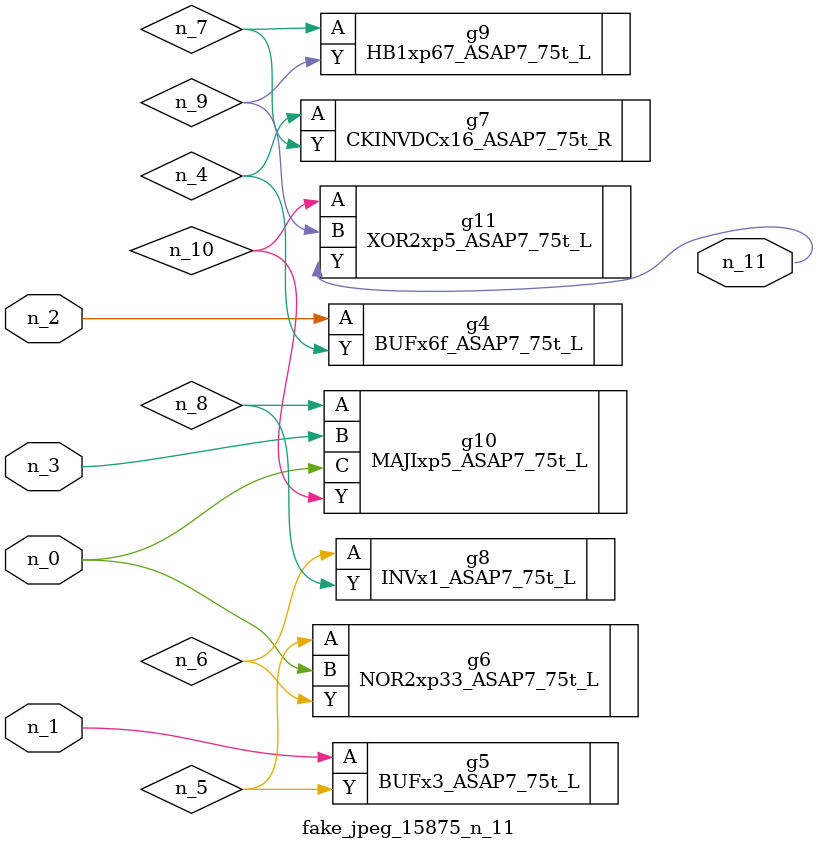
<source format=v>
module fake_jpeg_15875_n_11 (n_0, n_3, n_2, n_1, n_11);

input n_0;
input n_3;
input n_2;
input n_1;

output n_11;

wire n_10;
wire n_4;
wire n_8;
wire n_9;
wire n_6;
wire n_5;
wire n_7;

BUFx6f_ASAP7_75t_L g4 ( 
.A(n_2),
.Y(n_4)
);

BUFx3_ASAP7_75t_L g5 ( 
.A(n_1),
.Y(n_5)
);

NOR2xp33_ASAP7_75t_L g6 ( 
.A(n_5),
.B(n_0),
.Y(n_6)
);

INVx1_ASAP7_75t_L g8 ( 
.A(n_6),
.Y(n_8)
);

CKINVDCx16_ASAP7_75t_R g7 ( 
.A(n_4),
.Y(n_7)
);

HB1xp67_ASAP7_75t_L g9 ( 
.A(n_7),
.Y(n_9)
);

MAJIxp5_ASAP7_75t_L g10 ( 
.A(n_8),
.B(n_3),
.C(n_0),
.Y(n_10)
);

XOR2xp5_ASAP7_75t_L g11 ( 
.A(n_10),
.B(n_9),
.Y(n_11)
);


endmodule
</source>
